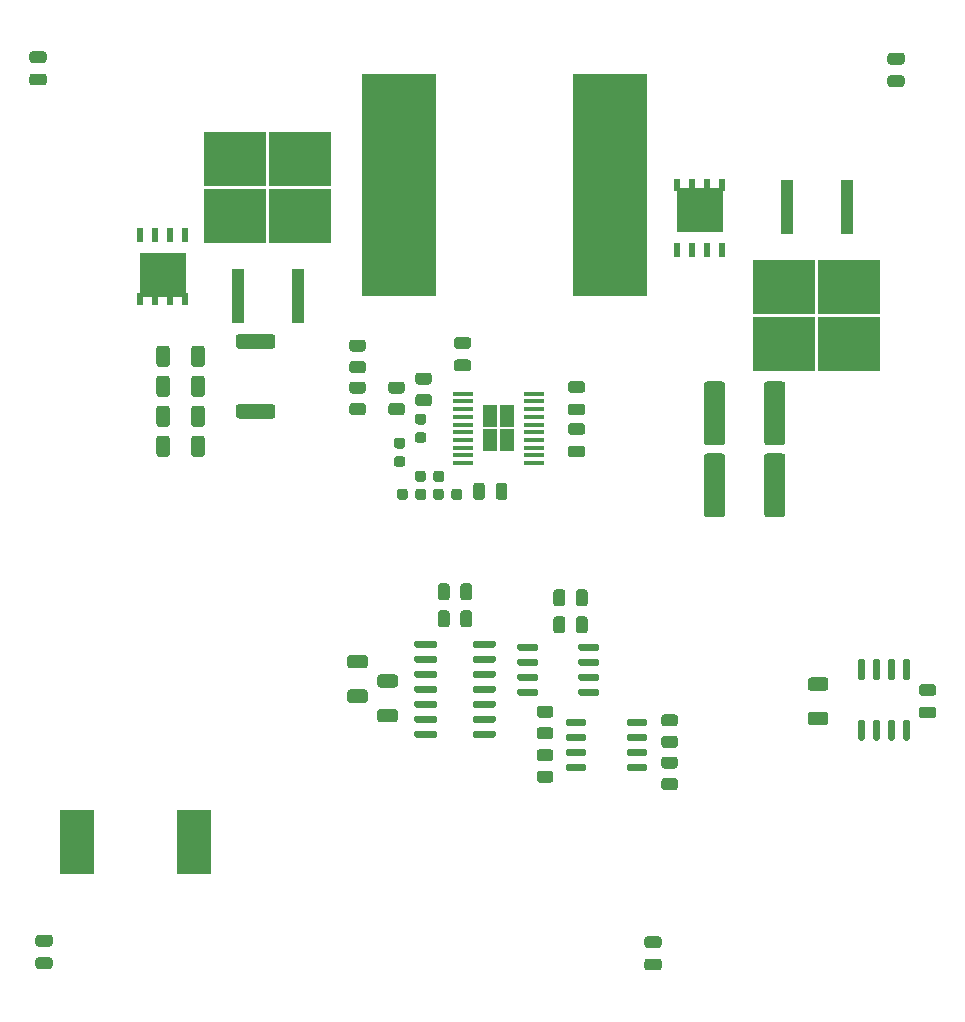
<source format=gbr>
%TF.GenerationSoftware,KiCad,Pcbnew,(5.1.9)-1*%
%TF.CreationDate,2022-02-27T18:21:23-05:00*%
%TF.ProjectId,LabPSU,4c616250-5355-42e6-9b69-6361645f7063,rev?*%
%TF.SameCoordinates,Original*%
%TF.FileFunction,Paste,Top*%
%TF.FilePolarity,Positive*%
%FSLAX46Y46*%
G04 Gerber Fmt 4.6, Leading zero omitted, Abs format (unit mm)*
G04 Created by KiCad (PCBNEW (5.1.9)-1) date 2022-02-27 18:21:23*
%MOMM*%
%LPD*%
G01*
G04 APERTURE LIST*
%ADD10R,2.900000X5.400000*%
%ADD11R,1.275000X1.875000*%
%ADD12R,1.780000X0.420000*%
%ADD13R,3.910000X3.810000*%
%ADD14R,0.610000X1.020000*%
%ADD15R,0.610000X1.270000*%
%ADD16R,6.350000X18.800000*%
%ADD17R,5.250000X4.550000*%
%ADD18R,1.100000X4.600000*%
G04 APERTURE END LIST*
%TO.C,U6*%
G36*
G01*
X128166000Y-114251000D02*
X127866000Y-114251000D01*
G75*
G02*
X127716000Y-114101000I0J150000D01*
G01*
X127716000Y-112651000D01*
G75*
G02*
X127866000Y-112501000I150000J0D01*
G01*
X128166000Y-112501000D01*
G75*
G02*
X128316000Y-112651000I0J-150000D01*
G01*
X128316000Y-114101000D01*
G75*
G02*
X128166000Y-114251000I-150000J0D01*
G01*
G37*
G36*
G01*
X129436000Y-114251000D02*
X129136000Y-114251000D01*
G75*
G02*
X128986000Y-114101000I0J150000D01*
G01*
X128986000Y-112651000D01*
G75*
G02*
X129136000Y-112501000I150000J0D01*
G01*
X129436000Y-112501000D01*
G75*
G02*
X129586000Y-112651000I0J-150000D01*
G01*
X129586000Y-114101000D01*
G75*
G02*
X129436000Y-114251000I-150000J0D01*
G01*
G37*
G36*
G01*
X130706000Y-114251000D02*
X130406000Y-114251000D01*
G75*
G02*
X130256000Y-114101000I0J150000D01*
G01*
X130256000Y-112651000D01*
G75*
G02*
X130406000Y-112501000I150000J0D01*
G01*
X130706000Y-112501000D01*
G75*
G02*
X130856000Y-112651000I0J-150000D01*
G01*
X130856000Y-114101000D01*
G75*
G02*
X130706000Y-114251000I-150000J0D01*
G01*
G37*
G36*
G01*
X131976000Y-114251000D02*
X131676000Y-114251000D01*
G75*
G02*
X131526000Y-114101000I0J150000D01*
G01*
X131526000Y-112651000D01*
G75*
G02*
X131676000Y-112501000I150000J0D01*
G01*
X131976000Y-112501000D01*
G75*
G02*
X132126000Y-112651000I0J-150000D01*
G01*
X132126000Y-114101000D01*
G75*
G02*
X131976000Y-114251000I-150000J0D01*
G01*
G37*
G36*
G01*
X131976000Y-119401000D02*
X131676000Y-119401000D01*
G75*
G02*
X131526000Y-119251000I0J150000D01*
G01*
X131526000Y-117801000D01*
G75*
G02*
X131676000Y-117651000I150000J0D01*
G01*
X131976000Y-117651000D01*
G75*
G02*
X132126000Y-117801000I0J-150000D01*
G01*
X132126000Y-119251000D01*
G75*
G02*
X131976000Y-119401000I-150000J0D01*
G01*
G37*
G36*
G01*
X130706000Y-119401000D02*
X130406000Y-119401000D01*
G75*
G02*
X130256000Y-119251000I0J150000D01*
G01*
X130256000Y-117801000D01*
G75*
G02*
X130406000Y-117651000I150000J0D01*
G01*
X130706000Y-117651000D01*
G75*
G02*
X130856000Y-117801000I0J-150000D01*
G01*
X130856000Y-119251000D01*
G75*
G02*
X130706000Y-119401000I-150000J0D01*
G01*
G37*
G36*
G01*
X129436000Y-119401000D02*
X129136000Y-119401000D01*
G75*
G02*
X128986000Y-119251000I0J150000D01*
G01*
X128986000Y-117801000D01*
G75*
G02*
X129136000Y-117651000I150000J0D01*
G01*
X129436000Y-117651000D01*
G75*
G02*
X129586000Y-117801000I0J-150000D01*
G01*
X129586000Y-119251000D01*
G75*
G02*
X129436000Y-119401000I-150000J0D01*
G01*
G37*
G36*
G01*
X128166000Y-119401000D02*
X127866000Y-119401000D01*
G75*
G02*
X127716000Y-119251000I0J150000D01*
G01*
X127716000Y-117801000D01*
G75*
G02*
X127866000Y-117651000I150000J0D01*
G01*
X128166000Y-117651000D01*
G75*
G02*
X128316000Y-117801000I0J-150000D01*
G01*
X128316000Y-119251000D01*
G75*
G02*
X128166000Y-119401000I-150000J0D01*
G01*
G37*
%TD*%
%TO.C,U5*%
G36*
G01*
X104027000Y-111656000D02*
X104027000Y-111356000D01*
G75*
G02*
X104177000Y-111206000I150000J0D01*
G01*
X105627000Y-111206000D01*
G75*
G02*
X105777000Y-111356000I0J-150000D01*
G01*
X105777000Y-111656000D01*
G75*
G02*
X105627000Y-111806000I-150000J0D01*
G01*
X104177000Y-111806000D01*
G75*
G02*
X104027000Y-111656000I0J150000D01*
G01*
G37*
G36*
G01*
X104027000Y-112926000D02*
X104027000Y-112626000D01*
G75*
G02*
X104177000Y-112476000I150000J0D01*
G01*
X105627000Y-112476000D01*
G75*
G02*
X105777000Y-112626000I0J-150000D01*
G01*
X105777000Y-112926000D01*
G75*
G02*
X105627000Y-113076000I-150000J0D01*
G01*
X104177000Y-113076000D01*
G75*
G02*
X104027000Y-112926000I0J150000D01*
G01*
G37*
G36*
G01*
X104027000Y-114196000D02*
X104027000Y-113896000D01*
G75*
G02*
X104177000Y-113746000I150000J0D01*
G01*
X105627000Y-113746000D01*
G75*
G02*
X105777000Y-113896000I0J-150000D01*
G01*
X105777000Y-114196000D01*
G75*
G02*
X105627000Y-114346000I-150000J0D01*
G01*
X104177000Y-114346000D01*
G75*
G02*
X104027000Y-114196000I0J150000D01*
G01*
G37*
G36*
G01*
X104027000Y-115466000D02*
X104027000Y-115166000D01*
G75*
G02*
X104177000Y-115016000I150000J0D01*
G01*
X105627000Y-115016000D01*
G75*
G02*
X105777000Y-115166000I0J-150000D01*
G01*
X105777000Y-115466000D01*
G75*
G02*
X105627000Y-115616000I-150000J0D01*
G01*
X104177000Y-115616000D01*
G75*
G02*
X104027000Y-115466000I0J150000D01*
G01*
G37*
G36*
G01*
X98877000Y-115466000D02*
X98877000Y-115166000D01*
G75*
G02*
X99027000Y-115016000I150000J0D01*
G01*
X100477000Y-115016000D01*
G75*
G02*
X100627000Y-115166000I0J-150000D01*
G01*
X100627000Y-115466000D01*
G75*
G02*
X100477000Y-115616000I-150000J0D01*
G01*
X99027000Y-115616000D01*
G75*
G02*
X98877000Y-115466000I0J150000D01*
G01*
G37*
G36*
G01*
X98877000Y-114196000D02*
X98877000Y-113896000D01*
G75*
G02*
X99027000Y-113746000I150000J0D01*
G01*
X100477000Y-113746000D01*
G75*
G02*
X100627000Y-113896000I0J-150000D01*
G01*
X100627000Y-114196000D01*
G75*
G02*
X100477000Y-114346000I-150000J0D01*
G01*
X99027000Y-114346000D01*
G75*
G02*
X98877000Y-114196000I0J150000D01*
G01*
G37*
G36*
G01*
X98877000Y-112926000D02*
X98877000Y-112626000D01*
G75*
G02*
X99027000Y-112476000I150000J0D01*
G01*
X100477000Y-112476000D01*
G75*
G02*
X100627000Y-112626000I0J-150000D01*
G01*
X100627000Y-112926000D01*
G75*
G02*
X100477000Y-113076000I-150000J0D01*
G01*
X99027000Y-113076000D01*
G75*
G02*
X98877000Y-112926000I0J150000D01*
G01*
G37*
G36*
G01*
X98877000Y-111656000D02*
X98877000Y-111356000D01*
G75*
G02*
X99027000Y-111206000I150000J0D01*
G01*
X100477000Y-111206000D01*
G75*
G02*
X100627000Y-111356000I0J-150000D01*
G01*
X100627000Y-111656000D01*
G75*
G02*
X100477000Y-111806000I-150000J0D01*
G01*
X99027000Y-111806000D01*
G75*
G02*
X98877000Y-111656000I0J150000D01*
G01*
G37*
%TD*%
%TO.C,C7*%
G36*
G01*
X71258000Y-87518001D02*
X71258000Y-86217999D01*
G75*
G02*
X71507999Y-85968000I249999J0D01*
G01*
X72158001Y-85968000D01*
G75*
G02*
X72408000Y-86217999I0J-249999D01*
G01*
X72408000Y-87518001D01*
G75*
G02*
X72158001Y-87768000I-249999J0D01*
G01*
X71507999Y-87768000D01*
G75*
G02*
X71258000Y-87518001I0J249999D01*
G01*
G37*
G36*
G01*
X68308000Y-87518001D02*
X68308000Y-86217999D01*
G75*
G02*
X68557999Y-85968000I249999J0D01*
G01*
X69208001Y-85968000D01*
G75*
G02*
X69458000Y-86217999I0J-249999D01*
G01*
X69458000Y-87518001D01*
G75*
G02*
X69208001Y-87768000I-249999J0D01*
G01*
X68557999Y-87768000D01*
G75*
G02*
X68308000Y-87518001I0J249999D01*
G01*
G37*
%TD*%
%TO.C,C5*%
G36*
G01*
X71258000Y-90058001D02*
X71258000Y-88757999D01*
G75*
G02*
X71507999Y-88508000I249999J0D01*
G01*
X72158001Y-88508000D01*
G75*
G02*
X72408000Y-88757999I0J-249999D01*
G01*
X72408000Y-90058001D01*
G75*
G02*
X72158001Y-90308000I-249999J0D01*
G01*
X71507999Y-90308000D01*
G75*
G02*
X71258000Y-90058001I0J249999D01*
G01*
G37*
G36*
G01*
X68308000Y-90058001D02*
X68308000Y-88757999D01*
G75*
G02*
X68557999Y-88508000I249999J0D01*
G01*
X69208001Y-88508000D01*
G75*
G02*
X69458000Y-88757999I0J-249999D01*
G01*
X69458000Y-90058001D01*
G75*
G02*
X69208001Y-90308000I-249999J0D01*
G01*
X68557999Y-90308000D01*
G75*
G02*
X68308000Y-90058001I0J249999D01*
G01*
G37*
%TD*%
%TO.C,C3*%
G36*
G01*
X71258000Y-92598001D02*
X71258000Y-91297999D01*
G75*
G02*
X71507999Y-91048000I249999J0D01*
G01*
X72158001Y-91048000D01*
G75*
G02*
X72408000Y-91297999I0J-249999D01*
G01*
X72408000Y-92598001D01*
G75*
G02*
X72158001Y-92848000I-249999J0D01*
G01*
X71507999Y-92848000D01*
G75*
G02*
X71258000Y-92598001I0J249999D01*
G01*
G37*
G36*
G01*
X68308000Y-92598001D02*
X68308000Y-91297999D01*
G75*
G02*
X68557999Y-91048000I249999J0D01*
G01*
X69208001Y-91048000D01*
G75*
G02*
X69458000Y-91297999I0J-249999D01*
G01*
X69458000Y-92598001D01*
G75*
G02*
X69208001Y-92848000I-249999J0D01*
G01*
X68557999Y-92848000D01*
G75*
G02*
X68308000Y-92598001I0J249999D01*
G01*
G37*
%TD*%
%TO.C,C2*%
G36*
G01*
X71258000Y-95138001D02*
X71258000Y-93837999D01*
G75*
G02*
X71507999Y-93588000I249999J0D01*
G01*
X72158001Y-93588000D01*
G75*
G02*
X72408000Y-93837999I0J-249999D01*
G01*
X72408000Y-95138001D01*
G75*
G02*
X72158001Y-95388000I-249999J0D01*
G01*
X71507999Y-95388000D01*
G75*
G02*
X71258000Y-95138001I0J249999D01*
G01*
G37*
G36*
G01*
X68308000Y-95138001D02*
X68308000Y-93837999D01*
G75*
G02*
X68557999Y-93588000I249999J0D01*
G01*
X69208001Y-93588000D01*
G75*
G02*
X69458000Y-93837999I0J-249999D01*
G01*
X69458000Y-95138001D01*
G75*
G02*
X69208001Y-95388000I-249999J0D01*
G01*
X68557999Y-95388000D01*
G75*
G02*
X68308000Y-95138001I0J249999D01*
G01*
G37*
%TD*%
%TO.C,R11*%
G36*
G01*
X89591000Y-98302000D02*
X89591000Y-98802000D01*
G75*
G02*
X89366000Y-99027000I-225000J0D01*
G01*
X88916000Y-99027000D01*
G75*
G02*
X88691000Y-98802000I0J225000D01*
G01*
X88691000Y-98302000D01*
G75*
G02*
X88916000Y-98077000I225000J0D01*
G01*
X89366000Y-98077000D01*
G75*
G02*
X89591000Y-98302000I0J-225000D01*
G01*
G37*
G36*
G01*
X91141000Y-98302000D02*
X91141000Y-98802000D01*
G75*
G02*
X90916000Y-99027000I-225000J0D01*
G01*
X90466000Y-99027000D01*
G75*
G02*
X90241000Y-98802000I0J225000D01*
G01*
X90241000Y-98302000D01*
G75*
G02*
X90466000Y-98077000I225000J0D01*
G01*
X90916000Y-98077000D01*
G75*
G02*
X91141000Y-98302000I0J-225000D01*
G01*
G37*
%TD*%
%TO.C,C15*%
G36*
G01*
X91765000Y-97278000D02*
X91765000Y-96778000D01*
G75*
G02*
X91990000Y-96553000I225000J0D01*
G01*
X92440000Y-96553000D01*
G75*
G02*
X92665000Y-96778000I0J-225000D01*
G01*
X92665000Y-97278000D01*
G75*
G02*
X92440000Y-97503000I-225000J0D01*
G01*
X91990000Y-97503000D01*
G75*
G02*
X91765000Y-97278000I0J225000D01*
G01*
G37*
G36*
G01*
X90215000Y-97278000D02*
X90215000Y-96778000D01*
G75*
G02*
X90440000Y-96553000I225000J0D01*
G01*
X90890000Y-96553000D01*
G75*
G02*
X91115000Y-96778000I0J-225000D01*
G01*
X91115000Y-97278000D01*
G75*
G02*
X90890000Y-97503000I-225000J0D01*
G01*
X90440000Y-97503000D01*
G75*
G02*
X90215000Y-97278000I0J225000D01*
G01*
G37*
%TD*%
%TO.C,C13*%
G36*
G01*
X93289000Y-98802000D02*
X93289000Y-98302000D01*
G75*
G02*
X93514000Y-98077000I225000J0D01*
G01*
X93964000Y-98077000D01*
G75*
G02*
X94189000Y-98302000I0J-225000D01*
G01*
X94189000Y-98802000D01*
G75*
G02*
X93964000Y-99027000I-225000J0D01*
G01*
X93514000Y-99027000D01*
G75*
G02*
X93289000Y-98802000I0J225000D01*
G01*
G37*
G36*
G01*
X91739000Y-98802000D02*
X91739000Y-98302000D01*
G75*
G02*
X91964000Y-98077000I225000J0D01*
G01*
X92414000Y-98077000D01*
G75*
G02*
X92639000Y-98302000I0J-225000D01*
G01*
X92639000Y-98802000D01*
G75*
G02*
X92414000Y-99027000I-225000J0D01*
G01*
X91964000Y-99027000D01*
G75*
G02*
X91739000Y-98802000I0J225000D01*
G01*
G37*
%TD*%
%TO.C,C6*%
G36*
G01*
X90428000Y-93289000D02*
X90928000Y-93289000D01*
G75*
G02*
X91153000Y-93514000I0J-225000D01*
G01*
X91153000Y-93964000D01*
G75*
G02*
X90928000Y-94189000I-225000J0D01*
G01*
X90428000Y-94189000D01*
G75*
G02*
X90203000Y-93964000I0J225000D01*
G01*
X90203000Y-93514000D01*
G75*
G02*
X90428000Y-93289000I225000J0D01*
G01*
G37*
G36*
G01*
X90428000Y-91739000D02*
X90928000Y-91739000D01*
G75*
G02*
X91153000Y-91964000I0J-225000D01*
G01*
X91153000Y-92414000D01*
G75*
G02*
X90928000Y-92639000I-225000J0D01*
G01*
X90428000Y-92639000D01*
G75*
G02*
X90203000Y-92414000I0J225000D01*
G01*
X90203000Y-91964000D01*
G75*
G02*
X90428000Y-91739000I225000J0D01*
G01*
G37*
%TD*%
%TO.C,C4*%
G36*
G01*
X89150000Y-94671000D02*
X88650000Y-94671000D01*
G75*
G02*
X88425000Y-94446000I0J225000D01*
G01*
X88425000Y-93996000D01*
G75*
G02*
X88650000Y-93771000I225000J0D01*
G01*
X89150000Y-93771000D01*
G75*
G02*
X89375000Y-93996000I0J-225000D01*
G01*
X89375000Y-94446000D01*
G75*
G02*
X89150000Y-94671000I-225000J0D01*
G01*
G37*
G36*
G01*
X89150000Y-96221000D02*
X88650000Y-96221000D01*
G75*
G02*
X88425000Y-95996000I0J225000D01*
G01*
X88425000Y-95546000D01*
G75*
G02*
X88650000Y-95321000I225000J0D01*
G01*
X89150000Y-95321000D01*
G75*
G02*
X89375000Y-95546000I0J-225000D01*
G01*
X89375000Y-95996000D01*
G75*
G02*
X89150000Y-96221000I-225000J0D01*
G01*
G37*
%TD*%
D10*
%TO.C,L1*%
X71498000Y-128016000D03*
X61598000Y-128016000D03*
%TD*%
%TO.C,R6*%
G36*
G01*
X87258998Y-116724000D02*
X88509002Y-116724000D01*
G75*
G02*
X88759000Y-116973998I0J-249998D01*
G01*
X88759000Y-117599002D01*
G75*
G02*
X88509002Y-117849000I-249998J0D01*
G01*
X87258998Y-117849000D01*
G75*
G02*
X87009000Y-117599002I0J249998D01*
G01*
X87009000Y-116973998D01*
G75*
G02*
X87258998Y-116724000I249998J0D01*
G01*
G37*
G36*
G01*
X87258998Y-113799000D02*
X88509002Y-113799000D01*
G75*
G02*
X88759000Y-114048998I0J-249998D01*
G01*
X88759000Y-114674002D01*
G75*
G02*
X88509002Y-114924000I-249998J0D01*
G01*
X87258998Y-114924000D01*
G75*
G02*
X87009000Y-114674002I0J249998D01*
G01*
X87009000Y-114048998D01*
G75*
G02*
X87258998Y-113799000I249998J0D01*
G01*
G37*
%TD*%
%TO.C,R5*%
G36*
G01*
X84718998Y-115073000D02*
X85969002Y-115073000D01*
G75*
G02*
X86219000Y-115322998I0J-249998D01*
G01*
X86219000Y-115948002D01*
G75*
G02*
X85969002Y-116198000I-249998J0D01*
G01*
X84718998Y-116198000D01*
G75*
G02*
X84469000Y-115948002I0J249998D01*
G01*
X84469000Y-115322998D01*
G75*
G02*
X84718998Y-115073000I249998J0D01*
G01*
G37*
G36*
G01*
X84718998Y-112148000D02*
X85969002Y-112148000D01*
G75*
G02*
X86219000Y-112397998I0J-249998D01*
G01*
X86219000Y-113023002D01*
G75*
G02*
X85969002Y-113273000I-249998J0D01*
G01*
X84718998Y-113273000D01*
G75*
G02*
X84469000Y-113023002I0J249998D01*
G01*
X84469000Y-112397998D01*
G75*
G02*
X84718998Y-112148000I249998J0D01*
G01*
G37*
%TD*%
%TO.C,C20*%
G36*
G01*
X116460000Y-95340000D02*
X116460000Y-100240000D01*
G75*
G02*
X116210000Y-100490000I-250000J0D01*
G01*
X114910000Y-100490000D01*
G75*
G02*
X114660000Y-100240000I0J250000D01*
G01*
X114660000Y-95340000D01*
G75*
G02*
X114910000Y-95090000I250000J0D01*
G01*
X116210000Y-95090000D01*
G75*
G02*
X116460000Y-95340000I0J-250000D01*
G01*
G37*
G36*
G01*
X121560000Y-95340000D02*
X121560000Y-100240000D01*
G75*
G02*
X121310000Y-100490000I-250000J0D01*
G01*
X120010000Y-100490000D01*
G75*
G02*
X119760000Y-100240000I0J250000D01*
G01*
X119760000Y-95340000D01*
G75*
G02*
X120010000Y-95090000I250000J0D01*
G01*
X121310000Y-95090000D01*
G75*
G02*
X121560000Y-95340000I0J-250000D01*
G01*
G37*
%TD*%
%TO.C,C17*%
G36*
G01*
X116460000Y-89244000D02*
X116460000Y-94144000D01*
G75*
G02*
X116210000Y-94394000I-250000J0D01*
G01*
X114910000Y-94394000D01*
G75*
G02*
X114660000Y-94144000I0J250000D01*
G01*
X114660000Y-89244000D01*
G75*
G02*
X114910000Y-88994000I250000J0D01*
G01*
X116210000Y-88994000D01*
G75*
G02*
X116460000Y-89244000I0J-250000D01*
G01*
G37*
G36*
G01*
X121560000Y-89244000D02*
X121560000Y-94144000D01*
G75*
G02*
X121310000Y-94394000I-250000J0D01*
G01*
X120010000Y-94394000D01*
G75*
G02*
X119760000Y-94144000I0J250000D01*
G01*
X119760000Y-89244000D01*
G75*
G02*
X120010000Y-88994000I250000J0D01*
G01*
X121310000Y-88994000D01*
G75*
G02*
X121560000Y-89244000I0J-250000D01*
G01*
G37*
%TD*%
%TO.C,U4*%
G36*
G01*
X95099000Y-111402000D02*
X95099000Y-111102000D01*
G75*
G02*
X95249000Y-110952000I150000J0D01*
G01*
X96899000Y-110952000D01*
G75*
G02*
X97049000Y-111102000I0J-150000D01*
G01*
X97049000Y-111402000D01*
G75*
G02*
X96899000Y-111552000I-150000J0D01*
G01*
X95249000Y-111552000D01*
G75*
G02*
X95099000Y-111402000I0J150000D01*
G01*
G37*
G36*
G01*
X95099000Y-112672000D02*
X95099000Y-112372000D01*
G75*
G02*
X95249000Y-112222000I150000J0D01*
G01*
X96899000Y-112222000D01*
G75*
G02*
X97049000Y-112372000I0J-150000D01*
G01*
X97049000Y-112672000D01*
G75*
G02*
X96899000Y-112822000I-150000J0D01*
G01*
X95249000Y-112822000D01*
G75*
G02*
X95099000Y-112672000I0J150000D01*
G01*
G37*
G36*
G01*
X95099000Y-113942000D02*
X95099000Y-113642000D01*
G75*
G02*
X95249000Y-113492000I150000J0D01*
G01*
X96899000Y-113492000D01*
G75*
G02*
X97049000Y-113642000I0J-150000D01*
G01*
X97049000Y-113942000D01*
G75*
G02*
X96899000Y-114092000I-150000J0D01*
G01*
X95249000Y-114092000D01*
G75*
G02*
X95099000Y-113942000I0J150000D01*
G01*
G37*
G36*
G01*
X95099000Y-115212000D02*
X95099000Y-114912000D01*
G75*
G02*
X95249000Y-114762000I150000J0D01*
G01*
X96899000Y-114762000D01*
G75*
G02*
X97049000Y-114912000I0J-150000D01*
G01*
X97049000Y-115212000D01*
G75*
G02*
X96899000Y-115362000I-150000J0D01*
G01*
X95249000Y-115362000D01*
G75*
G02*
X95099000Y-115212000I0J150000D01*
G01*
G37*
G36*
G01*
X95099000Y-116482000D02*
X95099000Y-116182000D01*
G75*
G02*
X95249000Y-116032000I150000J0D01*
G01*
X96899000Y-116032000D01*
G75*
G02*
X97049000Y-116182000I0J-150000D01*
G01*
X97049000Y-116482000D01*
G75*
G02*
X96899000Y-116632000I-150000J0D01*
G01*
X95249000Y-116632000D01*
G75*
G02*
X95099000Y-116482000I0J150000D01*
G01*
G37*
G36*
G01*
X95099000Y-117752000D02*
X95099000Y-117452000D01*
G75*
G02*
X95249000Y-117302000I150000J0D01*
G01*
X96899000Y-117302000D01*
G75*
G02*
X97049000Y-117452000I0J-150000D01*
G01*
X97049000Y-117752000D01*
G75*
G02*
X96899000Y-117902000I-150000J0D01*
G01*
X95249000Y-117902000D01*
G75*
G02*
X95099000Y-117752000I0J150000D01*
G01*
G37*
G36*
G01*
X95099000Y-119022000D02*
X95099000Y-118722000D01*
G75*
G02*
X95249000Y-118572000I150000J0D01*
G01*
X96899000Y-118572000D01*
G75*
G02*
X97049000Y-118722000I0J-150000D01*
G01*
X97049000Y-119022000D01*
G75*
G02*
X96899000Y-119172000I-150000J0D01*
G01*
X95249000Y-119172000D01*
G75*
G02*
X95099000Y-119022000I0J150000D01*
G01*
G37*
G36*
G01*
X90149000Y-119022000D02*
X90149000Y-118722000D01*
G75*
G02*
X90299000Y-118572000I150000J0D01*
G01*
X91949000Y-118572000D01*
G75*
G02*
X92099000Y-118722000I0J-150000D01*
G01*
X92099000Y-119022000D01*
G75*
G02*
X91949000Y-119172000I-150000J0D01*
G01*
X90299000Y-119172000D01*
G75*
G02*
X90149000Y-119022000I0J150000D01*
G01*
G37*
G36*
G01*
X90149000Y-117752000D02*
X90149000Y-117452000D01*
G75*
G02*
X90299000Y-117302000I150000J0D01*
G01*
X91949000Y-117302000D01*
G75*
G02*
X92099000Y-117452000I0J-150000D01*
G01*
X92099000Y-117752000D01*
G75*
G02*
X91949000Y-117902000I-150000J0D01*
G01*
X90299000Y-117902000D01*
G75*
G02*
X90149000Y-117752000I0J150000D01*
G01*
G37*
G36*
G01*
X90149000Y-116482000D02*
X90149000Y-116182000D01*
G75*
G02*
X90299000Y-116032000I150000J0D01*
G01*
X91949000Y-116032000D01*
G75*
G02*
X92099000Y-116182000I0J-150000D01*
G01*
X92099000Y-116482000D01*
G75*
G02*
X91949000Y-116632000I-150000J0D01*
G01*
X90299000Y-116632000D01*
G75*
G02*
X90149000Y-116482000I0J150000D01*
G01*
G37*
G36*
G01*
X90149000Y-115212000D02*
X90149000Y-114912000D01*
G75*
G02*
X90299000Y-114762000I150000J0D01*
G01*
X91949000Y-114762000D01*
G75*
G02*
X92099000Y-114912000I0J-150000D01*
G01*
X92099000Y-115212000D01*
G75*
G02*
X91949000Y-115362000I-150000J0D01*
G01*
X90299000Y-115362000D01*
G75*
G02*
X90149000Y-115212000I0J150000D01*
G01*
G37*
G36*
G01*
X90149000Y-113942000D02*
X90149000Y-113642000D01*
G75*
G02*
X90299000Y-113492000I150000J0D01*
G01*
X91949000Y-113492000D01*
G75*
G02*
X92099000Y-113642000I0J-150000D01*
G01*
X92099000Y-113942000D01*
G75*
G02*
X91949000Y-114092000I-150000J0D01*
G01*
X90299000Y-114092000D01*
G75*
G02*
X90149000Y-113942000I0J150000D01*
G01*
G37*
G36*
G01*
X90149000Y-112672000D02*
X90149000Y-112372000D01*
G75*
G02*
X90299000Y-112222000I150000J0D01*
G01*
X91949000Y-112222000D01*
G75*
G02*
X92099000Y-112372000I0J-150000D01*
G01*
X92099000Y-112672000D01*
G75*
G02*
X91949000Y-112822000I-150000J0D01*
G01*
X90299000Y-112822000D01*
G75*
G02*
X90149000Y-112672000I0J150000D01*
G01*
G37*
G36*
G01*
X90149000Y-111402000D02*
X90149000Y-111102000D01*
G75*
G02*
X90299000Y-110952000I150000J0D01*
G01*
X91949000Y-110952000D01*
G75*
G02*
X92099000Y-111102000I0J-150000D01*
G01*
X92099000Y-111402000D01*
G75*
G02*
X91949000Y-111552000I-150000J0D01*
G01*
X90299000Y-111552000D01*
G75*
G02*
X90149000Y-111402000I0J150000D01*
G01*
G37*
%TD*%
%TO.C,U3*%
G36*
G01*
X108126000Y-118006000D02*
X108126000Y-117706000D01*
G75*
G02*
X108276000Y-117556000I150000J0D01*
G01*
X109726000Y-117556000D01*
G75*
G02*
X109876000Y-117706000I0J-150000D01*
G01*
X109876000Y-118006000D01*
G75*
G02*
X109726000Y-118156000I-150000J0D01*
G01*
X108276000Y-118156000D01*
G75*
G02*
X108126000Y-118006000I0J150000D01*
G01*
G37*
G36*
G01*
X108126000Y-119276000D02*
X108126000Y-118976000D01*
G75*
G02*
X108276000Y-118826000I150000J0D01*
G01*
X109726000Y-118826000D01*
G75*
G02*
X109876000Y-118976000I0J-150000D01*
G01*
X109876000Y-119276000D01*
G75*
G02*
X109726000Y-119426000I-150000J0D01*
G01*
X108276000Y-119426000D01*
G75*
G02*
X108126000Y-119276000I0J150000D01*
G01*
G37*
G36*
G01*
X108126000Y-120546000D02*
X108126000Y-120246000D01*
G75*
G02*
X108276000Y-120096000I150000J0D01*
G01*
X109726000Y-120096000D01*
G75*
G02*
X109876000Y-120246000I0J-150000D01*
G01*
X109876000Y-120546000D01*
G75*
G02*
X109726000Y-120696000I-150000J0D01*
G01*
X108276000Y-120696000D01*
G75*
G02*
X108126000Y-120546000I0J150000D01*
G01*
G37*
G36*
G01*
X108126000Y-121816000D02*
X108126000Y-121516000D01*
G75*
G02*
X108276000Y-121366000I150000J0D01*
G01*
X109726000Y-121366000D01*
G75*
G02*
X109876000Y-121516000I0J-150000D01*
G01*
X109876000Y-121816000D01*
G75*
G02*
X109726000Y-121966000I-150000J0D01*
G01*
X108276000Y-121966000D01*
G75*
G02*
X108126000Y-121816000I0J150000D01*
G01*
G37*
G36*
G01*
X102976000Y-121816000D02*
X102976000Y-121516000D01*
G75*
G02*
X103126000Y-121366000I150000J0D01*
G01*
X104576000Y-121366000D01*
G75*
G02*
X104726000Y-121516000I0J-150000D01*
G01*
X104726000Y-121816000D01*
G75*
G02*
X104576000Y-121966000I-150000J0D01*
G01*
X103126000Y-121966000D01*
G75*
G02*
X102976000Y-121816000I0J150000D01*
G01*
G37*
G36*
G01*
X102976000Y-120546000D02*
X102976000Y-120246000D01*
G75*
G02*
X103126000Y-120096000I150000J0D01*
G01*
X104576000Y-120096000D01*
G75*
G02*
X104726000Y-120246000I0J-150000D01*
G01*
X104726000Y-120546000D01*
G75*
G02*
X104576000Y-120696000I-150000J0D01*
G01*
X103126000Y-120696000D01*
G75*
G02*
X102976000Y-120546000I0J150000D01*
G01*
G37*
G36*
G01*
X102976000Y-119276000D02*
X102976000Y-118976000D01*
G75*
G02*
X103126000Y-118826000I150000J0D01*
G01*
X104576000Y-118826000D01*
G75*
G02*
X104726000Y-118976000I0J-150000D01*
G01*
X104726000Y-119276000D01*
G75*
G02*
X104576000Y-119426000I-150000J0D01*
G01*
X103126000Y-119426000D01*
G75*
G02*
X102976000Y-119276000I0J150000D01*
G01*
G37*
G36*
G01*
X102976000Y-118006000D02*
X102976000Y-117706000D01*
G75*
G02*
X103126000Y-117556000I150000J0D01*
G01*
X104576000Y-117556000D01*
G75*
G02*
X104726000Y-117706000I0J-150000D01*
G01*
X104726000Y-118006000D01*
G75*
G02*
X104576000Y-118156000I-150000J0D01*
G01*
X103126000Y-118156000D01*
G75*
G02*
X102976000Y-118006000I0J150000D01*
G01*
G37*
%TD*%
D11*
%TO.C,U2*%
X97994500Y-93976500D03*
X97994500Y-91951500D03*
X96569500Y-93976500D03*
X96569500Y-91951500D03*
D12*
X100252000Y-90039000D03*
X100252000Y-90689000D03*
X100252000Y-91339000D03*
X100252000Y-91989000D03*
X100252000Y-92639000D03*
X100252000Y-93289000D03*
X100252000Y-93939000D03*
X100252000Y-94589000D03*
X100252000Y-95239000D03*
X100252000Y-95889000D03*
X94312000Y-95889000D03*
X94312000Y-95239000D03*
X94312000Y-94589000D03*
X94312000Y-93939000D03*
X94312000Y-93289000D03*
X94312000Y-92639000D03*
X94312000Y-91989000D03*
X94312000Y-91339000D03*
X94312000Y-90689000D03*
X94312000Y-90039000D03*
%TD*%
%TO.C,R13*%
G36*
G01*
X124958002Y-115178000D02*
X123707998Y-115178000D01*
G75*
G02*
X123458000Y-114928002I0J249998D01*
G01*
X123458000Y-114302998D01*
G75*
G02*
X123707998Y-114053000I249998J0D01*
G01*
X124958002Y-114053000D01*
G75*
G02*
X125208000Y-114302998I0J-249998D01*
G01*
X125208000Y-114928002D01*
G75*
G02*
X124958002Y-115178000I-249998J0D01*
G01*
G37*
G36*
G01*
X124958002Y-118103000D02*
X123707998Y-118103000D01*
G75*
G02*
X123458000Y-117853002I0J249998D01*
G01*
X123458000Y-117227998D01*
G75*
G02*
X123707998Y-116978000I249998J0D01*
G01*
X124958002Y-116978000D01*
G75*
G02*
X125208000Y-117227998I0J-249998D01*
G01*
X125208000Y-117853002D01*
G75*
G02*
X124958002Y-118103000I-249998J0D01*
G01*
G37*
%TD*%
%TO.C,R10*%
G36*
G01*
X100768998Y-121939000D02*
X101669002Y-121939000D01*
G75*
G02*
X101919000Y-122188998I0J-249998D01*
G01*
X101919000Y-122714002D01*
G75*
G02*
X101669002Y-122964000I-249998J0D01*
G01*
X100768998Y-122964000D01*
G75*
G02*
X100519000Y-122714002I0J249998D01*
G01*
X100519000Y-122188998D01*
G75*
G02*
X100768998Y-121939000I249998J0D01*
G01*
G37*
G36*
G01*
X100768998Y-120114000D02*
X101669002Y-120114000D01*
G75*
G02*
X101919000Y-120363998I0J-249998D01*
G01*
X101919000Y-120889002D01*
G75*
G02*
X101669002Y-121139000I-249998J0D01*
G01*
X100768998Y-121139000D01*
G75*
G02*
X100519000Y-120889002I0J249998D01*
G01*
X100519000Y-120363998D01*
G75*
G02*
X100768998Y-120114000I249998J0D01*
G01*
G37*
%TD*%
%TO.C,R9*%
G36*
G01*
X100768998Y-118256000D02*
X101669002Y-118256000D01*
G75*
G02*
X101919000Y-118505998I0J-249998D01*
G01*
X101919000Y-119031002D01*
G75*
G02*
X101669002Y-119281000I-249998J0D01*
G01*
X100768998Y-119281000D01*
G75*
G02*
X100519000Y-119031002I0J249998D01*
G01*
X100519000Y-118505998D01*
G75*
G02*
X100768998Y-118256000I249998J0D01*
G01*
G37*
G36*
G01*
X100768998Y-116431000D02*
X101669002Y-116431000D01*
G75*
G02*
X101919000Y-116680998I0J-249998D01*
G01*
X101919000Y-117206002D01*
G75*
G02*
X101669002Y-117456000I-249998J0D01*
G01*
X100768998Y-117456000D01*
G75*
G02*
X100519000Y-117206002I0J249998D01*
G01*
X100519000Y-116680998D01*
G75*
G02*
X100768998Y-116431000I249998J0D01*
G01*
G37*
%TD*%
%TO.C,R8*%
G36*
G01*
X112210002Y-118194500D02*
X111309998Y-118194500D01*
G75*
G02*
X111060000Y-117944502I0J249998D01*
G01*
X111060000Y-117419498D01*
G75*
G02*
X111309998Y-117169500I249998J0D01*
G01*
X112210002Y-117169500D01*
G75*
G02*
X112460000Y-117419498I0J-249998D01*
G01*
X112460000Y-117944502D01*
G75*
G02*
X112210002Y-118194500I-249998J0D01*
G01*
G37*
G36*
G01*
X112210002Y-120019500D02*
X111309998Y-120019500D01*
G75*
G02*
X111060000Y-119769502I0J249998D01*
G01*
X111060000Y-119244498D01*
G75*
G02*
X111309998Y-118994500I249998J0D01*
G01*
X112210002Y-118994500D01*
G75*
G02*
X112460000Y-119244498I0J-249998D01*
G01*
X112460000Y-119769502D01*
G75*
G02*
X112210002Y-120019500I-249998J0D01*
G01*
G37*
%TD*%
%TO.C,R12*%
G36*
G01*
X75282999Y-90910500D02*
X78133001Y-90910500D01*
G75*
G02*
X78383000Y-91160499I0J-249999D01*
G01*
X78383000Y-91885501D01*
G75*
G02*
X78133001Y-92135500I-249999J0D01*
G01*
X75282999Y-92135500D01*
G75*
G02*
X75033000Y-91885501I0J249999D01*
G01*
X75033000Y-91160499D01*
G75*
G02*
X75282999Y-90910500I249999J0D01*
G01*
G37*
G36*
G01*
X75282999Y-84985500D02*
X78133001Y-84985500D01*
G75*
G02*
X78383000Y-85235499I0J-249999D01*
G01*
X78383000Y-85960501D01*
G75*
G02*
X78133001Y-86210500I-249999J0D01*
G01*
X75282999Y-86210500D01*
G75*
G02*
X75033000Y-85960501I0J249999D01*
G01*
X75033000Y-85235499D01*
G75*
G02*
X75282999Y-84985500I249999J0D01*
G01*
G37*
%TD*%
%TO.C,R7*%
G36*
G01*
X112210002Y-121774000D02*
X111309998Y-121774000D01*
G75*
G02*
X111060000Y-121524002I0J249998D01*
G01*
X111060000Y-120998998D01*
G75*
G02*
X111309998Y-120749000I249998J0D01*
G01*
X112210002Y-120749000D01*
G75*
G02*
X112460000Y-120998998I0J-249998D01*
G01*
X112460000Y-121524002D01*
G75*
G02*
X112210002Y-121774000I-249998J0D01*
G01*
G37*
G36*
G01*
X112210002Y-123599000D02*
X111309998Y-123599000D01*
G75*
G02*
X111060000Y-123349002I0J249998D01*
G01*
X111060000Y-122823998D01*
G75*
G02*
X111309998Y-122574000I249998J0D01*
G01*
X112210002Y-122574000D01*
G75*
G02*
X112460000Y-122823998I0J-249998D01*
G01*
X112460000Y-123349002D01*
G75*
G02*
X112210002Y-123599000I-249998J0D01*
G01*
G37*
%TD*%
%TO.C,R4*%
G36*
G01*
X90481998Y-90062000D02*
X91382002Y-90062000D01*
G75*
G02*
X91632000Y-90311998I0J-249998D01*
G01*
X91632000Y-90837002D01*
G75*
G02*
X91382002Y-91087000I-249998J0D01*
G01*
X90481998Y-91087000D01*
G75*
G02*
X90232000Y-90837002I0J249998D01*
G01*
X90232000Y-90311998D01*
G75*
G02*
X90481998Y-90062000I249998J0D01*
G01*
G37*
G36*
G01*
X90481998Y-88237000D02*
X91382002Y-88237000D01*
G75*
G02*
X91632000Y-88486998I0J-249998D01*
G01*
X91632000Y-89012002D01*
G75*
G02*
X91382002Y-89262000I-249998J0D01*
G01*
X90481998Y-89262000D01*
G75*
G02*
X90232000Y-89012002I0J249998D01*
G01*
X90232000Y-88486998D01*
G75*
G02*
X90481998Y-88237000I249998J0D01*
G01*
G37*
%TD*%
%TO.C,R3*%
G36*
G01*
X88195998Y-90824000D02*
X89096002Y-90824000D01*
G75*
G02*
X89346000Y-91073998I0J-249998D01*
G01*
X89346000Y-91599002D01*
G75*
G02*
X89096002Y-91849000I-249998J0D01*
G01*
X88195998Y-91849000D01*
G75*
G02*
X87946000Y-91599002I0J249998D01*
G01*
X87946000Y-91073998D01*
G75*
G02*
X88195998Y-90824000I249998J0D01*
G01*
G37*
G36*
G01*
X88195998Y-88999000D02*
X89096002Y-88999000D01*
G75*
G02*
X89346000Y-89248998I0J-249998D01*
G01*
X89346000Y-89774002D01*
G75*
G02*
X89096002Y-90024000I-249998J0D01*
G01*
X88195998Y-90024000D01*
G75*
G02*
X87946000Y-89774002I0J249998D01*
G01*
X87946000Y-89248998D01*
G75*
G02*
X88195998Y-88999000I249998J0D01*
G01*
G37*
%TD*%
%TO.C,R2*%
G36*
G01*
X84894998Y-90824000D02*
X85795002Y-90824000D01*
G75*
G02*
X86045000Y-91073998I0J-249998D01*
G01*
X86045000Y-91599002D01*
G75*
G02*
X85795002Y-91849000I-249998J0D01*
G01*
X84894998Y-91849000D01*
G75*
G02*
X84645000Y-91599002I0J249998D01*
G01*
X84645000Y-91073998D01*
G75*
G02*
X84894998Y-90824000I249998J0D01*
G01*
G37*
G36*
G01*
X84894998Y-88999000D02*
X85795002Y-88999000D01*
G75*
G02*
X86045000Y-89248998I0J-249998D01*
G01*
X86045000Y-89774002D01*
G75*
G02*
X85795002Y-90024000I-249998J0D01*
G01*
X84894998Y-90024000D01*
G75*
G02*
X84645000Y-89774002I0J249998D01*
G01*
X84645000Y-89248998D01*
G75*
G02*
X84894998Y-88999000I249998J0D01*
G01*
G37*
%TD*%
%TO.C,R1*%
G36*
G01*
X84893998Y-87268000D02*
X85794002Y-87268000D01*
G75*
G02*
X86044000Y-87517998I0J-249998D01*
G01*
X86044000Y-88043002D01*
G75*
G02*
X85794002Y-88293000I-249998J0D01*
G01*
X84893998Y-88293000D01*
G75*
G02*
X84644000Y-88043002I0J249998D01*
G01*
X84644000Y-87517998D01*
G75*
G02*
X84893998Y-87268000I249998J0D01*
G01*
G37*
G36*
G01*
X84893998Y-85443000D02*
X85794002Y-85443000D01*
G75*
G02*
X86044000Y-85692998I0J-249998D01*
G01*
X86044000Y-86218002D01*
G75*
G02*
X85794002Y-86468000I-249998J0D01*
G01*
X84893998Y-86468000D01*
G75*
G02*
X84644000Y-86218002I0J249998D01*
G01*
X84644000Y-85692998D01*
G75*
G02*
X84893998Y-85443000I249998J0D01*
G01*
G37*
%TD*%
D13*
%TO.C,Q2*%
X114300000Y-74494000D03*
D14*
X112395000Y-72389000D03*
X113665000Y-72389000D03*
X114935000Y-72389000D03*
X116205000Y-72389000D03*
D15*
X116205000Y-77854000D03*
X114935000Y-77854000D03*
X113665000Y-77854000D03*
X112395000Y-77854000D03*
%TD*%
D13*
%TO.C,Q1*%
X68834000Y-79938000D03*
D14*
X70739000Y-82043000D03*
X69469000Y-82043000D03*
X68199000Y-82043000D03*
X66929000Y-82043000D03*
D15*
X66929000Y-76578000D03*
X68199000Y-76578000D03*
X69469000Y-76578000D03*
X70739000Y-76578000D03*
%TD*%
D16*
%TO.C,L2*%
X106745000Y-72390000D03*
X88835000Y-72390000D03*
%TD*%
D17*
%TO.C,D3*%
X121431000Y-80960000D03*
X126981000Y-85810000D03*
X126981000Y-80960000D03*
X121431000Y-85810000D03*
D18*
X121666000Y-74235000D03*
X126746000Y-74235000D03*
%TD*%
D17*
%TO.C,D2*%
X80499000Y-74996000D03*
X74949000Y-70146000D03*
X74949000Y-74996000D03*
X80499000Y-70146000D03*
D18*
X80264000Y-81721000D03*
X75184000Y-81721000D03*
%TD*%
%TO.C,C28*%
G36*
G01*
X59276000Y-136837000D02*
X58326000Y-136837000D01*
G75*
G02*
X58076000Y-136587000I0J250000D01*
G01*
X58076000Y-136087000D01*
G75*
G02*
X58326000Y-135837000I250000J0D01*
G01*
X59276000Y-135837000D01*
G75*
G02*
X59526000Y-136087000I0J-250000D01*
G01*
X59526000Y-136587000D01*
G75*
G02*
X59276000Y-136837000I-250000J0D01*
G01*
G37*
G36*
G01*
X59276000Y-138737000D02*
X58326000Y-138737000D01*
G75*
G02*
X58076000Y-138487000I0J250000D01*
G01*
X58076000Y-137987000D01*
G75*
G02*
X58326000Y-137737000I250000J0D01*
G01*
X59276000Y-137737000D01*
G75*
G02*
X59526000Y-137987000I0J-250000D01*
G01*
X59526000Y-138487000D01*
G75*
G02*
X59276000Y-138737000I-250000J0D01*
G01*
G37*
%TD*%
%TO.C,C27*%
G36*
G01*
X110838000Y-136964000D02*
X109888000Y-136964000D01*
G75*
G02*
X109638000Y-136714000I0J250000D01*
G01*
X109638000Y-136214000D01*
G75*
G02*
X109888000Y-135964000I250000J0D01*
G01*
X110838000Y-135964000D01*
G75*
G02*
X111088000Y-136214000I0J-250000D01*
G01*
X111088000Y-136714000D01*
G75*
G02*
X110838000Y-136964000I-250000J0D01*
G01*
G37*
G36*
G01*
X110838000Y-138864000D02*
X109888000Y-138864000D01*
G75*
G02*
X109638000Y-138614000I0J250000D01*
G01*
X109638000Y-138114000D01*
G75*
G02*
X109888000Y-137864000I250000J0D01*
G01*
X110838000Y-137864000D01*
G75*
G02*
X111088000Y-138114000I0J-250000D01*
G01*
X111088000Y-138614000D01*
G75*
G02*
X110838000Y-138864000I-250000J0D01*
G01*
G37*
%TD*%
%TO.C,C26*%
G36*
G01*
X130462000Y-63061000D02*
X131412000Y-63061000D01*
G75*
G02*
X131662000Y-63311000I0J-250000D01*
G01*
X131662000Y-63811000D01*
G75*
G02*
X131412000Y-64061000I-250000J0D01*
G01*
X130462000Y-64061000D01*
G75*
G02*
X130212000Y-63811000I0J250000D01*
G01*
X130212000Y-63311000D01*
G75*
G02*
X130462000Y-63061000I250000J0D01*
G01*
G37*
G36*
G01*
X130462000Y-61161000D02*
X131412000Y-61161000D01*
G75*
G02*
X131662000Y-61411000I0J-250000D01*
G01*
X131662000Y-61911000D01*
G75*
G02*
X131412000Y-62161000I-250000J0D01*
G01*
X130462000Y-62161000D01*
G75*
G02*
X130212000Y-61911000I0J250000D01*
G01*
X130212000Y-61411000D01*
G75*
G02*
X130462000Y-61161000I250000J0D01*
G01*
G37*
%TD*%
%TO.C,C25*%
G36*
G01*
X133129000Y-116528000D02*
X134079000Y-116528000D01*
G75*
G02*
X134329000Y-116778000I0J-250000D01*
G01*
X134329000Y-117278000D01*
G75*
G02*
X134079000Y-117528000I-250000J0D01*
G01*
X133129000Y-117528000D01*
G75*
G02*
X132879000Y-117278000I0J250000D01*
G01*
X132879000Y-116778000D01*
G75*
G02*
X133129000Y-116528000I250000J0D01*
G01*
G37*
G36*
G01*
X133129000Y-114628000D02*
X134079000Y-114628000D01*
G75*
G02*
X134329000Y-114878000I0J-250000D01*
G01*
X134329000Y-115378000D01*
G75*
G02*
X134079000Y-115628000I-250000J0D01*
G01*
X133129000Y-115628000D01*
G75*
G02*
X132879000Y-115378000I0J250000D01*
G01*
X132879000Y-114878000D01*
G75*
G02*
X133129000Y-114628000I250000J0D01*
G01*
G37*
%TD*%
%TO.C,C19*%
G36*
G01*
X103828000Y-107790000D02*
X103828000Y-106840000D01*
G75*
G02*
X104078000Y-106590000I250000J0D01*
G01*
X104578000Y-106590000D01*
G75*
G02*
X104828000Y-106840000I0J-250000D01*
G01*
X104828000Y-107790000D01*
G75*
G02*
X104578000Y-108040000I-250000J0D01*
G01*
X104078000Y-108040000D01*
G75*
G02*
X103828000Y-107790000I0J250000D01*
G01*
G37*
G36*
G01*
X101928000Y-107790000D02*
X101928000Y-106840000D01*
G75*
G02*
X102178000Y-106590000I250000J0D01*
G01*
X102678000Y-106590000D01*
G75*
G02*
X102928000Y-106840000I0J-250000D01*
G01*
X102928000Y-107790000D01*
G75*
G02*
X102678000Y-108040000I-250000J0D01*
G01*
X102178000Y-108040000D01*
G75*
G02*
X101928000Y-107790000I0J250000D01*
G01*
G37*
%TD*%
%TO.C,C22*%
G36*
G01*
X97036000Y-98773000D02*
X97036000Y-97823000D01*
G75*
G02*
X97286000Y-97573000I250000J0D01*
G01*
X97786000Y-97573000D01*
G75*
G02*
X98036000Y-97823000I0J-250000D01*
G01*
X98036000Y-98773000D01*
G75*
G02*
X97786000Y-99023000I-250000J0D01*
G01*
X97286000Y-99023000D01*
G75*
G02*
X97036000Y-98773000I0J250000D01*
G01*
G37*
G36*
G01*
X95136000Y-98773000D02*
X95136000Y-97823000D01*
G75*
G02*
X95386000Y-97573000I250000J0D01*
G01*
X95886000Y-97573000D01*
G75*
G02*
X96136000Y-97823000I0J-250000D01*
G01*
X96136000Y-98773000D01*
G75*
G02*
X95886000Y-99023000I-250000J0D01*
G01*
X95386000Y-99023000D01*
G75*
G02*
X95136000Y-98773000I0J250000D01*
G01*
G37*
%TD*%
%TO.C,C16*%
G36*
G01*
X103828000Y-110076000D02*
X103828000Y-109126000D01*
G75*
G02*
X104078000Y-108876000I250000J0D01*
G01*
X104578000Y-108876000D01*
G75*
G02*
X104828000Y-109126000I0J-250000D01*
G01*
X104828000Y-110076000D01*
G75*
G02*
X104578000Y-110326000I-250000J0D01*
G01*
X104078000Y-110326000D01*
G75*
G02*
X103828000Y-110076000I0J250000D01*
G01*
G37*
G36*
G01*
X101928000Y-110076000D02*
X101928000Y-109126000D01*
G75*
G02*
X102178000Y-108876000I250000J0D01*
G01*
X102678000Y-108876000D01*
G75*
G02*
X102928000Y-109126000I0J-250000D01*
G01*
X102928000Y-110076000D01*
G75*
G02*
X102678000Y-110326000I-250000J0D01*
G01*
X102178000Y-110326000D01*
G75*
G02*
X101928000Y-110076000I0J250000D01*
G01*
G37*
%TD*%
%TO.C,C12*%
G36*
G01*
X94049000Y-107282000D02*
X94049000Y-106332000D01*
G75*
G02*
X94299000Y-106082000I250000J0D01*
G01*
X94799000Y-106082000D01*
G75*
G02*
X95049000Y-106332000I0J-250000D01*
G01*
X95049000Y-107282000D01*
G75*
G02*
X94799000Y-107532000I-250000J0D01*
G01*
X94299000Y-107532000D01*
G75*
G02*
X94049000Y-107282000I0J250000D01*
G01*
G37*
G36*
G01*
X92149000Y-107282000D02*
X92149000Y-106332000D01*
G75*
G02*
X92399000Y-106082000I250000J0D01*
G01*
X92899000Y-106082000D01*
G75*
G02*
X93149000Y-106332000I0J-250000D01*
G01*
X93149000Y-107282000D01*
G75*
G02*
X92899000Y-107532000I-250000J0D01*
G01*
X92399000Y-107532000D01*
G75*
G02*
X92149000Y-107282000I0J250000D01*
G01*
G37*
%TD*%
%TO.C,C14*%
G36*
G01*
X104361000Y-89974000D02*
X103411000Y-89974000D01*
G75*
G02*
X103161000Y-89724000I0J250000D01*
G01*
X103161000Y-89224000D01*
G75*
G02*
X103411000Y-88974000I250000J0D01*
G01*
X104361000Y-88974000D01*
G75*
G02*
X104611000Y-89224000I0J-250000D01*
G01*
X104611000Y-89724000D01*
G75*
G02*
X104361000Y-89974000I-250000J0D01*
G01*
G37*
G36*
G01*
X104361000Y-91874000D02*
X103411000Y-91874000D01*
G75*
G02*
X103161000Y-91624000I0J250000D01*
G01*
X103161000Y-91124000D01*
G75*
G02*
X103411000Y-90874000I250000J0D01*
G01*
X104361000Y-90874000D01*
G75*
G02*
X104611000Y-91124000I0J-250000D01*
G01*
X104611000Y-91624000D01*
G75*
G02*
X104361000Y-91874000I-250000J0D01*
G01*
G37*
%TD*%
%TO.C,C11*%
G36*
G01*
X94049000Y-109568000D02*
X94049000Y-108618000D01*
G75*
G02*
X94299000Y-108368000I250000J0D01*
G01*
X94799000Y-108368000D01*
G75*
G02*
X95049000Y-108618000I0J-250000D01*
G01*
X95049000Y-109568000D01*
G75*
G02*
X94799000Y-109818000I-250000J0D01*
G01*
X94299000Y-109818000D01*
G75*
G02*
X94049000Y-109568000I0J250000D01*
G01*
G37*
G36*
G01*
X92149000Y-109568000D02*
X92149000Y-108618000D01*
G75*
G02*
X92399000Y-108368000I250000J0D01*
G01*
X92899000Y-108368000D01*
G75*
G02*
X93149000Y-108618000I0J-250000D01*
G01*
X93149000Y-109568000D01*
G75*
G02*
X92899000Y-109818000I-250000J0D01*
G01*
X92399000Y-109818000D01*
G75*
G02*
X92149000Y-109568000I0J250000D01*
G01*
G37*
%TD*%
%TO.C,C10*%
G36*
G01*
X103411000Y-94430000D02*
X104361000Y-94430000D01*
G75*
G02*
X104611000Y-94680000I0J-250000D01*
G01*
X104611000Y-95180000D01*
G75*
G02*
X104361000Y-95430000I-250000J0D01*
G01*
X103411000Y-95430000D01*
G75*
G02*
X103161000Y-95180000I0J250000D01*
G01*
X103161000Y-94680000D01*
G75*
G02*
X103411000Y-94430000I250000J0D01*
G01*
G37*
G36*
G01*
X103411000Y-92530000D02*
X104361000Y-92530000D01*
G75*
G02*
X104611000Y-92780000I0J-250000D01*
G01*
X104611000Y-93280000D01*
G75*
G02*
X104361000Y-93530000I-250000J0D01*
G01*
X103411000Y-93530000D01*
G75*
G02*
X103161000Y-93280000I0J250000D01*
G01*
X103161000Y-92780000D01*
G75*
G02*
X103411000Y-92530000I250000J0D01*
G01*
G37*
%TD*%
%TO.C,C9*%
G36*
G01*
X94709000Y-86230000D02*
X93759000Y-86230000D01*
G75*
G02*
X93509000Y-85980000I0J250000D01*
G01*
X93509000Y-85480000D01*
G75*
G02*
X93759000Y-85230000I250000J0D01*
G01*
X94709000Y-85230000D01*
G75*
G02*
X94959000Y-85480000I0J-250000D01*
G01*
X94959000Y-85980000D01*
G75*
G02*
X94709000Y-86230000I-250000J0D01*
G01*
G37*
G36*
G01*
X94709000Y-88130000D02*
X93759000Y-88130000D01*
G75*
G02*
X93509000Y-87880000I0J250000D01*
G01*
X93509000Y-87380000D01*
G75*
G02*
X93759000Y-87130000I250000J0D01*
G01*
X94709000Y-87130000D01*
G75*
G02*
X94959000Y-87380000I0J-250000D01*
G01*
X94959000Y-87880000D01*
G75*
G02*
X94709000Y-88130000I-250000J0D01*
G01*
G37*
%TD*%
%TO.C,C24*%
G36*
G01*
X57818000Y-62934000D02*
X58768000Y-62934000D01*
G75*
G02*
X59018000Y-63184000I0J-250000D01*
G01*
X59018000Y-63684000D01*
G75*
G02*
X58768000Y-63934000I-250000J0D01*
G01*
X57818000Y-63934000D01*
G75*
G02*
X57568000Y-63684000I0J250000D01*
G01*
X57568000Y-63184000D01*
G75*
G02*
X57818000Y-62934000I250000J0D01*
G01*
G37*
G36*
G01*
X57818000Y-61034000D02*
X58768000Y-61034000D01*
G75*
G02*
X59018000Y-61284000I0J-250000D01*
G01*
X59018000Y-61784000D01*
G75*
G02*
X58768000Y-62034000I-250000J0D01*
G01*
X57818000Y-62034000D01*
G75*
G02*
X57568000Y-61784000I0J250000D01*
G01*
X57568000Y-61284000D01*
G75*
G02*
X57818000Y-61034000I250000J0D01*
G01*
G37*
%TD*%
M02*

</source>
